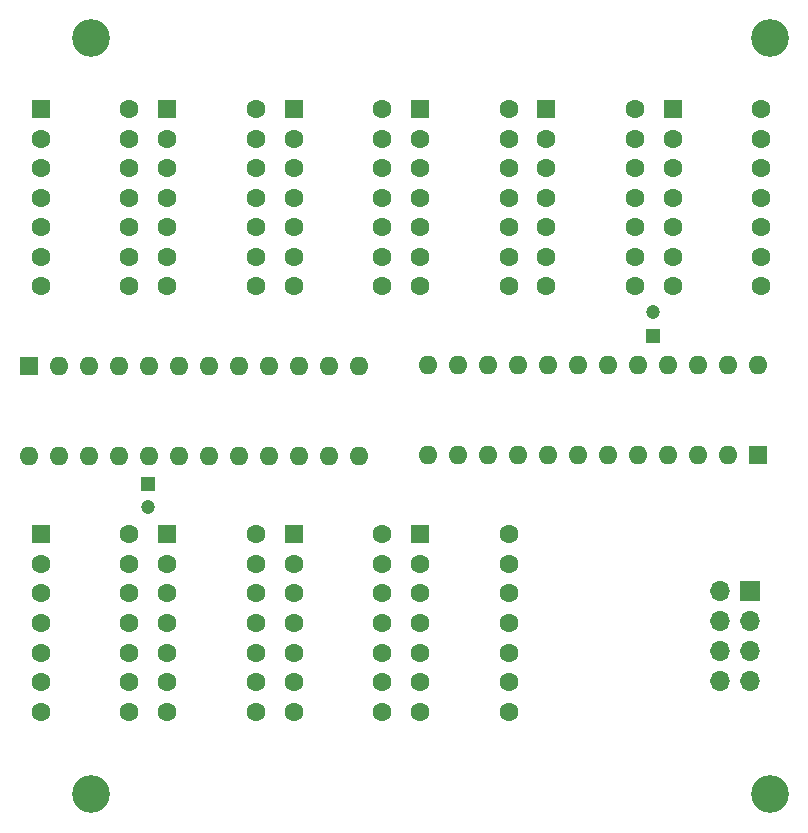
<source format=gbs>
G04 #@! TF.GenerationSoftware,KiCad,Pcbnew,7.0.5*
G04 #@! TF.CreationDate,2024-02-16T17:04:07-05:00*
G04 #@! TF.ProjectId,SoyuzLedBoard,536f7975-7a4c-4656-9442-6f6172642e6b,rev?*
G04 #@! TF.SameCoordinates,Original*
G04 #@! TF.FileFunction,Soldermask,Bot*
G04 #@! TF.FilePolarity,Negative*
%FSLAX46Y46*%
G04 Gerber Fmt 4.6, Leading zero omitted, Abs format (unit mm)*
G04 Created by KiCad (PCBNEW 7.0.5) date 2024-02-16 17:04:07*
%MOMM*%
%LPD*%
G01*
G04 APERTURE LIST*
%ADD10C,3.200000*%
%ADD11R,1.600000X1.600000*%
%ADD12C,1.600000*%
%ADD13O,1.600000X1.600000*%
%ADD14R,1.200000X1.200000*%
%ADD15C,1.200000*%
%ADD16R,1.700000X1.700000*%
%ADD17O,1.700000X1.700000*%
G04 APERTURE END LIST*
D10*
X71500000Y-86400000D03*
D11*
X120750000Y-28400000D03*
D12*
X120750000Y-30900000D03*
X120750000Y-33400000D03*
X120750000Y-35900000D03*
X120750000Y-38400000D03*
X120750000Y-40900000D03*
X120750000Y-43400000D03*
X128250000Y-43400000D03*
X128250000Y-40900000D03*
X128250000Y-38400000D03*
X128250000Y-35900000D03*
X128250000Y-33400000D03*
X128250000Y-30900000D03*
X128250000Y-28400000D03*
D11*
X110050000Y-28400000D03*
D12*
X110050000Y-30900000D03*
X110050000Y-33400000D03*
X110050000Y-35900000D03*
X110050000Y-38400000D03*
X110050000Y-40900000D03*
X110050000Y-43400000D03*
X117550000Y-43400000D03*
X117550000Y-40900000D03*
X117550000Y-38400000D03*
X117550000Y-35900000D03*
X117550000Y-33400000D03*
X117550000Y-30900000D03*
X117550000Y-28400000D03*
D11*
X99350000Y-28400000D03*
D12*
X99350000Y-30900000D03*
X99350000Y-33400000D03*
X99350000Y-35900000D03*
X99350000Y-38400000D03*
X99350000Y-40900000D03*
X99350000Y-43400000D03*
X106850000Y-43400000D03*
X106850000Y-40900000D03*
X106850000Y-38400000D03*
X106850000Y-35900000D03*
X106850000Y-33400000D03*
X106850000Y-30900000D03*
X106850000Y-28400000D03*
D10*
X129000000Y-22400000D03*
D11*
X77950000Y-64400000D03*
D12*
X77950000Y-66900000D03*
X77950000Y-69400000D03*
X77950000Y-71900000D03*
X77950000Y-74400000D03*
X77950000Y-76900000D03*
X77950000Y-79400000D03*
X85450000Y-79400000D03*
X85450000Y-76900000D03*
X85450000Y-74400000D03*
X85450000Y-71900000D03*
X85450000Y-69400000D03*
X85450000Y-66900000D03*
X85450000Y-64400000D03*
D11*
X99350000Y-64400000D03*
D12*
X99350000Y-66900000D03*
X99350000Y-69400000D03*
X99350000Y-71900000D03*
X99350000Y-74400000D03*
X99350000Y-76900000D03*
X99350000Y-79400000D03*
X106850000Y-79400000D03*
X106850000Y-76900000D03*
X106850000Y-74400000D03*
X106850000Y-71900000D03*
X106850000Y-69400000D03*
X106850000Y-66900000D03*
X106850000Y-64400000D03*
D10*
X71500000Y-22400000D03*
D11*
X67250000Y-64400000D03*
D12*
X67250000Y-66900000D03*
X67250000Y-69400000D03*
X67250000Y-71900000D03*
X67250000Y-74400000D03*
X67250000Y-76900000D03*
X67250000Y-79400000D03*
X74750000Y-79400000D03*
X74750000Y-76900000D03*
X74750000Y-74400000D03*
X74750000Y-71900000D03*
X74750000Y-69400000D03*
X74750000Y-66900000D03*
X74750000Y-64400000D03*
D11*
X88650000Y-64400000D03*
D12*
X88650000Y-66900000D03*
X88650000Y-69400000D03*
X88650000Y-71900000D03*
X88650000Y-74400000D03*
X88650000Y-76900000D03*
X88650000Y-79400000D03*
X96150000Y-79400000D03*
X96150000Y-76900000D03*
X96150000Y-74400000D03*
X96150000Y-71900000D03*
X96150000Y-69400000D03*
X96150000Y-66900000D03*
X96150000Y-64400000D03*
D11*
X77950000Y-28400000D03*
D12*
X77950000Y-30900000D03*
X77950000Y-33400000D03*
X77950000Y-35900000D03*
X77950000Y-38400000D03*
X77950000Y-40900000D03*
X77950000Y-43400000D03*
X85450000Y-43400000D03*
X85450000Y-40900000D03*
X85450000Y-38400000D03*
X85450000Y-35900000D03*
X85450000Y-33400000D03*
X85450000Y-30900000D03*
X85450000Y-28400000D03*
D11*
X88650000Y-28400000D03*
D12*
X88650000Y-30900000D03*
X88650000Y-33400000D03*
X88650000Y-35900000D03*
X88650000Y-38400000D03*
X88650000Y-40900000D03*
X88650000Y-43400000D03*
X96150000Y-43400000D03*
X96150000Y-40900000D03*
X96150000Y-38400000D03*
X96150000Y-35900000D03*
X96150000Y-33400000D03*
X96150000Y-30900000D03*
X96150000Y-28400000D03*
D11*
X67250000Y-28400000D03*
D12*
X67250000Y-30900000D03*
X67250000Y-33400000D03*
X67250000Y-35900000D03*
X67250000Y-38400000D03*
X67250000Y-40900000D03*
X67250000Y-43400000D03*
X74750000Y-43400000D03*
X74750000Y-40900000D03*
X74750000Y-38400000D03*
X74750000Y-35900000D03*
X74750000Y-33400000D03*
X74750000Y-30900000D03*
X74750000Y-28400000D03*
D10*
X129000000Y-86400000D03*
D11*
X66225000Y-50100000D03*
D13*
X68765000Y-50100000D03*
X71305000Y-50100000D03*
X73845000Y-50100000D03*
X76385000Y-50100000D03*
X78925000Y-50100000D03*
X81465000Y-50100000D03*
X84005000Y-50100000D03*
X86545000Y-50100000D03*
X89085000Y-50100000D03*
X91625000Y-50100000D03*
X94165000Y-50100000D03*
X94165000Y-57720000D03*
X91625000Y-57720000D03*
X89085000Y-57720000D03*
X86545000Y-57720000D03*
X84005000Y-57720000D03*
X81465000Y-57720000D03*
X78925000Y-57720000D03*
X76385000Y-57720000D03*
X73845000Y-57720000D03*
X71305000Y-57720000D03*
X68765000Y-57720000D03*
X66225000Y-57720000D03*
D14*
X119100000Y-47572600D03*
D15*
X119100000Y-45572600D03*
D16*
X127275000Y-69200000D03*
D17*
X124735000Y-69200000D03*
X127275000Y-71740000D03*
X124735000Y-71740000D03*
X127275000Y-74280000D03*
X124735000Y-74280000D03*
X127275000Y-76820000D03*
X124735000Y-76820000D03*
D11*
X127975000Y-57700000D03*
D13*
X125435000Y-57700000D03*
X122895000Y-57700000D03*
X120355000Y-57700000D03*
X117815000Y-57700000D03*
X115275000Y-57700000D03*
X112735000Y-57700000D03*
X110195000Y-57700000D03*
X107655000Y-57700000D03*
X105115000Y-57700000D03*
X102575000Y-57700000D03*
X100035000Y-57700000D03*
X100035000Y-50080000D03*
X102575000Y-50080000D03*
X105115000Y-50080000D03*
X107655000Y-50080000D03*
X110195000Y-50080000D03*
X112735000Y-50080000D03*
X115275000Y-50080000D03*
X117815000Y-50080000D03*
X120355000Y-50080000D03*
X122895000Y-50080000D03*
X125435000Y-50080000D03*
X127975000Y-50080000D03*
D14*
X76300000Y-60100000D03*
D15*
X76300000Y-62100000D03*
M02*

</source>
